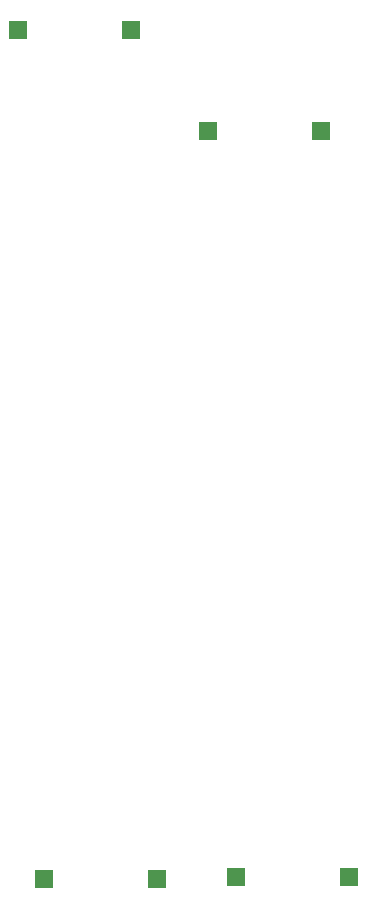
<source format=gko>
G04*
G04 #@! TF.GenerationSoftware,Altium Limited,Altium Designer,19.1.5 (86)*
G04*
G04 Layer_Color=16711935*
%FSLAX44Y44*%
%MOMM*%
G71*
G01*
G75*
%ADD100R,1.6500X1.6000*%
D100*
X279786Y782764D02*
D03*
X375286D02*
D03*
X559560Y65720D02*
D03*
X464060D02*
D03*
X397000Y64450D02*
D03*
X301500D02*
D03*
X535699Y697739D02*
D03*
X440199D02*
D03*
M02*

</source>
